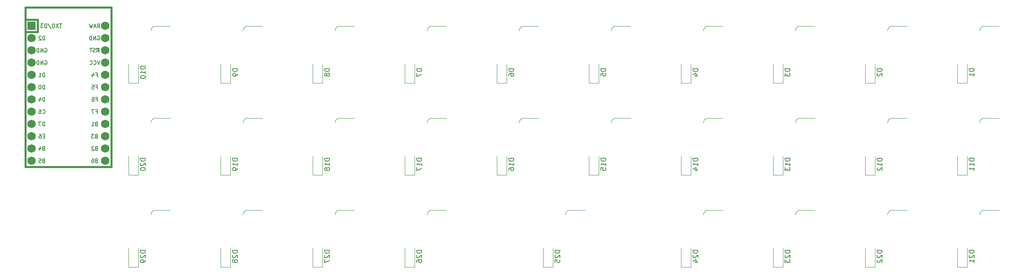
<source format=gbr>
%TF.GenerationSoftware,KiCad,Pcbnew,(6.0.6)*%
%TF.CreationDate,2022-07-16T00:36:14+07:00*%
%TF.ProjectId,pocket,706f636b-6574-42e6-9b69-6361645f7063,rev?*%
%TF.SameCoordinates,Original*%
%TF.FileFunction,Legend,Bot*%
%TF.FilePolarity,Positive*%
%FSLAX46Y46*%
G04 Gerber Fmt 4.6, Leading zero omitted, Abs format (unit mm)*
G04 Created by KiCad (PCBNEW (6.0.6)) date 2022-07-16 00:36:14*
%MOMM*%
%LPD*%
G01*
G04 APERTURE LIST*
%ADD10C,0.150000*%
%ADD11C,0.120000*%
%ADD12C,0.381000*%
%ADD13C,1.752600*%
%ADD14R,1.752600X1.752600*%
G04 APERTURE END LIST*
D10*
%TO.C,U1*%
X77010833Y-46581809D02*
X76896547Y-46619904D01*
X76706071Y-46619904D01*
X76629880Y-46581809D01*
X76591785Y-46543714D01*
X76553690Y-46467523D01*
X76553690Y-46391333D01*
X76591785Y-46315142D01*
X76629880Y-46277047D01*
X76706071Y-46238952D01*
X76858452Y-46200857D01*
X76934642Y-46162761D01*
X76972738Y-46124666D01*
X77010833Y-46048476D01*
X77010833Y-45972285D01*
X76972738Y-45896095D01*
X76934642Y-45858000D01*
X76858452Y-45819904D01*
X76667976Y-45819904D01*
X76553690Y-45858000D01*
X76325119Y-45819904D02*
X75867976Y-45819904D01*
X76096547Y-46619904D02*
X76096547Y-45819904D01*
X70056104Y-40759904D02*
X69598961Y-40759904D01*
X69827532Y-41559904D02*
X69827532Y-40759904D01*
X69408485Y-40759904D02*
X68875151Y-41559904D01*
X68875151Y-40759904D02*
X69408485Y-41559904D01*
X68418008Y-40759904D02*
X68341818Y-40759904D01*
X68265628Y-40798000D01*
X68227532Y-40836095D01*
X68189437Y-40912285D01*
X68151342Y-41064666D01*
X68151342Y-41255142D01*
X68189437Y-41407523D01*
X68227532Y-41483714D01*
X68265628Y-41521809D01*
X68341818Y-41559904D01*
X68418008Y-41559904D01*
X68494199Y-41521809D01*
X68532294Y-41483714D01*
X68570389Y-41407523D01*
X68608485Y-41255142D01*
X68608485Y-41064666D01*
X68570389Y-40912285D01*
X68532294Y-40836095D01*
X68494199Y-40798000D01*
X68418008Y-40759904D01*
X67237056Y-40721809D02*
X67922770Y-41750380D01*
X66970389Y-41559904D02*
X66970389Y-40759904D01*
X66779913Y-40759904D01*
X66665628Y-40798000D01*
X66589437Y-40874190D01*
X66551342Y-40950380D01*
X66513247Y-41102761D01*
X66513247Y-41217047D01*
X66551342Y-41369428D01*
X66589437Y-41445619D01*
X66665628Y-41521809D01*
X66779913Y-41559904D01*
X66970389Y-41559904D01*
X66246580Y-40759904D02*
X65751342Y-40759904D01*
X66018008Y-41064666D01*
X65903723Y-41064666D01*
X65827532Y-41102761D01*
X65789437Y-41140857D01*
X65751342Y-41217047D01*
X65751342Y-41407523D01*
X65789437Y-41483714D01*
X65827532Y-41521809D01*
X65903723Y-41559904D01*
X66132294Y-41559904D01*
X66208485Y-41521809D01*
X66246580Y-41483714D01*
X77222309Y-66540857D02*
X77108023Y-66578952D01*
X77069928Y-66617047D01*
X77031833Y-66693238D01*
X77031833Y-66807523D01*
X77069928Y-66883714D01*
X77108023Y-66921809D01*
X77184214Y-66959904D01*
X77488976Y-66959904D01*
X77488976Y-66159904D01*
X77222309Y-66159904D01*
X77146119Y-66198000D01*
X77108023Y-66236095D01*
X77069928Y-66312285D01*
X77069928Y-66388476D01*
X77108023Y-66464666D01*
X77146119Y-66502761D01*
X77222309Y-66540857D01*
X77488976Y-66540857D01*
X76727071Y-66236095D02*
X76688976Y-66198000D01*
X76612785Y-66159904D01*
X76422309Y-66159904D01*
X76346119Y-66198000D01*
X76308023Y-66236095D01*
X76269928Y-66312285D01*
X76269928Y-66388476D01*
X76308023Y-66502761D01*
X76765166Y-66959904D01*
X76269928Y-66959904D01*
X77165166Y-58920857D02*
X77431833Y-58920857D01*
X77431833Y-59339904D02*
X77431833Y-58539904D01*
X77050880Y-58539904D01*
X76822309Y-58539904D02*
X76288976Y-58539904D01*
X76631833Y-59339904D01*
X77165166Y-56380857D02*
X77431833Y-56380857D01*
X77431833Y-56799904D02*
X77431833Y-55999904D01*
X77050880Y-55999904D01*
X76403261Y-55999904D02*
X76555642Y-55999904D01*
X76631833Y-56038000D01*
X76669928Y-56076095D01*
X76746119Y-56190380D01*
X76784214Y-56342761D01*
X76784214Y-56647523D01*
X76746119Y-56723714D01*
X76708023Y-56761809D01*
X76631833Y-56799904D01*
X76479452Y-56799904D01*
X76403261Y-56761809D01*
X76365166Y-56723714D01*
X76327071Y-56647523D01*
X76327071Y-56457047D01*
X76365166Y-56380857D01*
X76403261Y-56342761D01*
X76479452Y-56304666D01*
X76631833Y-56304666D01*
X76708023Y-56342761D01*
X76746119Y-56380857D01*
X76784214Y-56457047D01*
X77165166Y-53840857D02*
X77431833Y-53840857D01*
X77431833Y-54259904D02*
X77431833Y-53459904D01*
X77050880Y-53459904D01*
X76365166Y-53459904D02*
X76746119Y-53459904D01*
X76784214Y-53840857D01*
X76746119Y-53802761D01*
X76669928Y-53764666D01*
X76479452Y-53764666D01*
X76403261Y-53802761D01*
X76365166Y-53840857D01*
X76327071Y-53917047D01*
X76327071Y-54107523D01*
X76365166Y-54183714D01*
X76403261Y-54221809D01*
X76479452Y-54259904D01*
X76669928Y-54259904D01*
X76746119Y-54221809D01*
X76784214Y-54183714D01*
X77450880Y-41559904D02*
X77717547Y-41178952D01*
X77908023Y-41559904D02*
X77908023Y-40759904D01*
X77603261Y-40759904D01*
X77527071Y-40798000D01*
X77488976Y-40836095D01*
X77450880Y-40912285D01*
X77450880Y-41026571D01*
X77488976Y-41102761D01*
X77527071Y-41140857D01*
X77603261Y-41178952D01*
X77908023Y-41178952D01*
X77146119Y-41331333D02*
X76765166Y-41331333D01*
X77222309Y-41559904D02*
X76955642Y-40759904D01*
X76688976Y-41559904D01*
X76498500Y-40759904D02*
X76308023Y-41559904D01*
X76155642Y-40988476D01*
X76003261Y-41559904D01*
X75812785Y-40759904D01*
X77508023Y-43338000D02*
X77584214Y-43299904D01*
X77698500Y-43299904D01*
X77812785Y-43338000D01*
X77888976Y-43414190D01*
X77927071Y-43490380D01*
X77965166Y-43642761D01*
X77965166Y-43757047D01*
X77927071Y-43909428D01*
X77888976Y-43985619D01*
X77812785Y-44061809D01*
X77698500Y-44099904D01*
X77622309Y-44099904D01*
X77508023Y-44061809D01*
X77469928Y-44023714D01*
X77469928Y-43757047D01*
X77622309Y-43757047D01*
X77127071Y-44099904D02*
X77127071Y-43299904D01*
X76669928Y-44099904D01*
X76669928Y-43299904D01*
X76288976Y-44099904D02*
X76288976Y-43299904D01*
X76098500Y-43299904D01*
X75984214Y-43338000D01*
X75908023Y-43414190D01*
X75869928Y-43490380D01*
X75831833Y-43642761D01*
X75831833Y-43757047D01*
X75869928Y-43909428D01*
X75908023Y-43985619D01*
X75984214Y-44061809D01*
X76098500Y-44099904D01*
X76288976Y-44099904D01*
X77965166Y-48379904D02*
X77698500Y-49179904D01*
X77431833Y-48379904D01*
X76708023Y-49103714D02*
X76746119Y-49141809D01*
X76860404Y-49179904D01*
X76936595Y-49179904D01*
X77050880Y-49141809D01*
X77127071Y-49065619D01*
X77165166Y-48989428D01*
X77203261Y-48837047D01*
X77203261Y-48722761D01*
X77165166Y-48570380D01*
X77127071Y-48494190D01*
X77050880Y-48418000D01*
X76936595Y-48379904D01*
X76860404Y-48379904D01*
X76746119Y-48418000D01*
X76708023Y-48456095D01*
X75908023Y-49103714D02*
X75946119Y-49141809D01*
X76060404Y-49179904D01*
X76136595Y-49179904D01*
X76250880Y-49141809D01*
X76327071Y-49065619D01*
X76365166Y-48989428D01*
X76403261Y-48837047D01*
X76403261Y-48722761D01*
X76365166Y-48570380D01*
X76327071Y-48494190D01*
X76250880Y-48418000D01*
X76136595Y-48379904D01*
X76060404Y-48379904D01*
X75946119Y-48418000D01*
X75908023Y-48456095D01*
X77165166Y-51300857D02*
X77431833Y-51300857D01*
X77431833Y-51719904D02*
X77431833Y-50919904D01*
X77050880Y-50919904D01*
X76403261Y-51186571D02*
X76403261Y-51719904D01*
X76593738Y-50881809D02*
X76784214Y-51453238D01*
X76288976Y-51453238D01*
X77222309Y-61460857D02*
X77108023Y-61498952D01*
X77069928Y-61537047D01*
X77031833Y-61613238D01*
X77031833Y-61727523D01*
X77069928Y-61803714D01*
X77108023Y-61841809D01*
X77184214Y-61879904D01*
X77488976Y-61879904D01*
X77488976Y-61079904D01*
X77222309Y-61079904D01*
X77146119Y-61118000D01*
X77108023Y-61156095D01*
X77069928Y-61232285D01*
X77069928Y-61308476D01*
X77108023Y-61384666D01*
X77146119Y-61422761D01*
X77222309Y-61460857D01*
X77488976Y-61460857D01*
X76269928Y-61879904D02*
X76727071Y-61879904D01*
X76498500Y-61879904D02*
X76498500Y-61079904D01*
X76574690Y-61194190D01*
X76650880Y-61270380D01*
X76727071Y-61308476D01*
X77222309Y-64000857D02*
X77108023Y-64038952D01*
X77069928Y-64077047D01*
X77031833Y-64153238D01*
X77031833Y-64267523D01*
X77069928Y-64343714D01*
X77108023Y-64381809D01*
X77184214Y-64419904D01*
X77488976Y-64419904D01*
X77488976Y-63619904D01*
X77222309Y-63619904D01*
X77146119Y-63658000D01*
X77108023Y-63696095D01*
X77069928Y-63772285D01*
X77069928Y-63848476D01*
X77108023Y-63924666D01*
X77146119Y-63962761D01*
X77222309Y-64000857D01*
X77488976Y-64000857D01*
X76765166Y-63619904D02*
X76269928Y-63619904D01*
X76536595Y-63924666D01*
X76422309Y-63924666D01*
X76346119Y-63962761D01*
X76308023Y-64000857D01*
X76269928Y-64077047D01*
X76269928Y-64267523D01*
X76308023Y-64343714D01*
X76346119Y-64381809D01*
X76422309Y-64419904D01*
X76650880Y-64419904D01*
X76727071Y-64381809D01*
X76765166Y-64343714D01*
X77222309Y-69080857D02*
X77108023Y-69118952D01*
X77069928Y-69157047D01*
X77031833Y-69233238D01*
X77031833Y-69347523D01*
X77069928Y-69423714D01*
X77108023Y-69461809D01*
X77184214Y-69499904D01*
X77488976Y-69499904D01*
X77488976Y-68699904D01*
X77222309Y-68699904D01*
X77146119Y-68738000D01*
X77108023Y-68776095D01*
X77069928Y-68852285D01*
X77069928Y-68928476D01*
X77108023Y-69004666D01*
X77146119Y-69042761D01*
X77222309Y-69080857D01*
X77488976Y-69080857D01*
X76346119Y-68699904D02*
X76498500Y-68699904D01*
X76574690Y-68738000D01*
X76612785Y-68776095D01*
X76688976Y-68890380D01*
X76727071Y-69042761D01*
X76727071Y-69347523D01*
X76688976Y-69423714D01*
X76650880Y-69461809D01*
X76574690Y-69499904D01*
X76422309Y-69499904D01*
X76346119Y-69461809D01*
X76308023Y-69423714D01*
X76269928Y-69347523D01*
X76269928Y-69157047D01*
X76308023Y-69080857D01*
X76346119Y-69042761D01*
X76422309Y-69004666D01*
X76574690Y-69004666D01*
X76650880Y-69042761D01*
X76688976Y-69080857D01*
X76727071Y-69157047D01*
X66300309Y-69080857D02*
X66186023Y-69118952D01*
X66147928Y-69157047D01*
X66109833Y-69233238D01*
X66109833Y-69347523D01*
X66147928Y-69423714D01*
X66186023Y-69461809D01*
X66262214Y-69499904D01*
X66566976Y-69499904D01*
X66566976Y-68699904D01*
X66300309Y-68699904D01*
X66224119Y-68738000D01*
X66186023Y-68776095D01*
X66147928Y-68852285D01*
X66147928Y-68928476D01*
X66186023Y-69004666D01*
X66224119Y-69042761D01*
X66300309Y-69080857D01*
X66566976Y-69080857D01*
X65386023Y-68699904D02*
X65766976Y-68699904D01*
X65805071Y-69080857D01*
X65766976Y-69042761D01*
X65690785Y-69004666D01*
X65500309Y-69004666D01*
X65424119Y-69042761D01*
X65386023Y-69080857D01*
X65347928Y-69157047D01*
X65347928Y-69347523D01*
X65386023Y-69423714D01*
X65424119Y-69461809D01*
X65500309Y-69499904D01*
X65690785Y-69499904D01*
X65766976Y-69461809D01*
X65805071Y-69423714D01*
X66300309Y-66540857D02*
X66186023Y-66578952D01*
X66147928Y-66617047D01*
X66109833Y-66693238D01*
X66109833Y-66807523D01*
X66147928Y-66883714D01*
X66186023Y-66921809D01*
X66262214Y-66959904D01*
X66566976Y-66959904D01*
X66566976Y-66159904D01*
X66300309Y-66159904D01*
X66224119Y-66198000D01*
X66186023Y-66236095D01*
X66147928Y-66312285D01*
X66147928Y-66388476D01*
X66186023Y-66464666D01*
X66224119Y-66502761D01*
X66300309Y-66540857D01*
X66566976Y-66540857D01*
X65424119Y-66426571D02*
X65424119Y-66959904D01*
X65614595Y-66121809D02*
X65805071Y-66693238D01*
X65309833Y-66693238D01*
X66528880Y-64000857D02*
X66262214Y-64000857D01*
X66147928Y-64419904D02*
X66528880Y-64419904D01*
X66528880Y-63619904D01*
X66147928Y-63619904D01*
X65462214Y-63619904D02*
X65614595Y-63619904D01*
X65690785Y-63658000D01*
X65728880Y-63696095D01*
X65805071Y-63810380D01*
X65843166Y-63962761D01*
X65843166Y-64267523D01*
X65805071Y-64343714D01*
X65766976Y-64381809D01*
X65690785Y-64419904D01*
X65538404Y-64419904D01*
X65462214Y-64381809D01*
X65424119Y-64343714D01*
X65386023Y-64267523D01*
X65386023Y-64077047D01*
X65424119Y-64000857D01*
X65462214Y-63962761D01*
X65538404Y-63924666D01*
X65690785Y-63924666D01*
X65766976Y-63962761D01*
X65805071Y-64000857D01*
X65843166Y-64077047D01*
X66566976Y-61879904D02*
X66566976Y-61079904D01*
X66376500Y-61079904D01*
X66262214Y-61118000D01*
X66186023Y-61194190D01*
X66147928Y-61270380D01*
X66109833Y-61422761D01*
X66109833Y-61537047D01*
X66147928Y-61689428D01*
X66186023Y-61765619D01*
X66262214Y-61841809D01*
X66376500Y-61879904D01*
X66566976Y-61879904D01*
X65843166Y-61079904D02*
X65309833Y-61079904D01*
X65652690Y-61879904D01*
X66109833Y-59263714D02*
X66147928Y-59301809D01*
X66262214Y-59339904D01*
X66338404Y-59339904D01*
X66452690Y-59301809D01*
X66528880Y-59225619D01*
X66566976Y-59149428D01*
X66605071Y-58997047D01*
X66605071Y-58882761D01*
X66566976Y-58730380D01*
X66528880Y-58654190D01*
X66452690Y-58578000D01*
X66338404Y-58539904D01*
X66262214Y-58539904D01*
X66147928Y-58578000D01*
X66109833Y-58616095D01*
X65424119Y-58539904D02*
X65576500Y-58539904D01*
X65652690Y-58578000D01*
X65690785Y-58616095D01*
X65766976Y-58730380D01*
X65805071Y-58882761D01*
X65805071Y-59187523D01*
X65766976Y-59263714D01*
X65728880Y-59301809D01*
X65652690Y-59339904D01*
X65500309Y-59339904D01*
X65424119Y-59301809D01*
X65386023Y-59263714D01*
X65347928Y-59187523D01*
X65347928Y-58997047D01*
X65386023Y-58920857D01*
X65424119Y-58882761D01*
X65500309Y-58844666D01*
X65652690Y-58844666D01*
X65728880Y-58882761D01*
X65766976Y-58920857D01*
X65805071Y-58997047D01*
X66566976Y-56799904D02*
X66566976Y-55999904D01*
X66376500Y-55999904D01*
X66262214Y-56038000D01*
X66186023Y-56114190D01*
X66147928Y-56190380D01*
X66109833Y-56342761D01*
X66109833Y-56457047D01*
X66147928Y-56609428D01*
X66186023Y-56685619D01*
X66262214Y-56761809D01*
X66376500Y-56799904D01*
X66566976Y-56799904D01*
X65424119Y-56266571D02*
X65424119Y-56799904D01*
X65614595Y-55961809D02*
X65805071Y-56533238D01*
X65309833Y-56533238D01*
X66586023Y-45878000D02*
X66662214Y-45839904D01*
X66776500Y-45839904D01*
X66890785Y-45878000D01*
X66966976Y-45954190D01*
X67005071Y-46030380D01*
X67043166Y-46182761D01*
X67043166Y-46297047D01*
X67005071Y-46449428D01*
X66966976Y-46525619D01*
X66890785Y-46601809D01*
X66776500Y-46639904D01*
X66700309Y-46639904D01*
X66586023Y-46601809D01*
X66547928Y-46563714D01*
X66547928Y-46297047D01*
X66700309Y-46297047D01*
X66205071Y-46639904D02*
X66205071Y-45839904D01*
X65747928Y-46639904D01*
X65747928Y-45839904D01*
X65366976Y-46639904D02*
X65366976Y-45839904D01*
X65176500Y-45839904D01*
X65062214Y-45878000D01*
X64986023Y-45954190D01*
X64947928Y-46030380D01*
X64909833Y-46182761D01*
X64909833Y-46297047D01*
X64947928Y-46449428D01*
X64986023Y-46525619D01*
X65062214Y-46601809D01*
X65176500Y-46639904D01*
X65366976Y-46639904D01*
X66586023Y-48418000D02*
X66662214Y-48379904D01*
X66776500Y-48379904D01*
X66890785Y-48418000D01*
X66966976Y-48494190D01*
X67005071Y-48570380D01*
X67043166Y-48722761D01*
X67043166Y-48837047D01*
X67005071Y-48989428D01*
X66966976Y-49065619D01*
X66890785Y-49141809D01*
X66776500Y-49179904D01*
X66700309Y-49179904D01*
X66586023Y-49141809D01*
X66547928Y-49103714D01*
X66547928Y-48837047D01*
X66700309Y-48837047D01*
X66205071Y-49179904D02*
X66205071Y-48379904D01*
X65747928Y-49179904D01*
X65747928Y-48379904D01*
X65366976Y-49179904D02*
X65366976Y-48379904D01*
X65176500Y-48379904D01*
X65062214Y-48418000D01*
X64986023Y-48494190D01*
X64947928Y-48570380D01*
X64909833Y-48722761D01*
X64909833Y-48837047D01*
X64947928Y-48989428D01*
X64986023Y-49065619D01*
X65062214Y-49141809D01*
X65176500Y-49179904D01*
X65366976Y-49179904D01*
X66566976Y-51719904D02*
X66566976Y-50919904D01*
X66376500Y-50919904D01*
X66262214Y-50958000D01*
X66186023Y-51034190D01*
X66147928Y-51110380D01*
X66109833Y-51262761D01*
X66109833Y-51377047D01*
X66147928Y-51529428D01*
X66186023Y-51605619D01*
X66262214Y-51681809D01*
X66376500Y-51719904D01*
X66566976Y-51719904D01*
X65347928Y-51719904D02*
X65805071Y-51719904D01*
X65576500Y-51719904D02*
X65576500Y-50919904D01*
X65652690Y-51034190D01*
X65728880Y-51110380D01*
X65805071Y-51148476D01*
X66566976Y-54259904D02*
X66566976Y-53459904D01*
X66376500Y-53459904D01*
X66262214Y-53498000D01*
X66186023Y-53574190D01*
X66147928Y-53650380D01*
X66109833Y-53802761D01*
X66109833Y-53917047D01*
X66147928Y-54069428D01*
X66186023Y-54145619D01*
X66262214Y-54221809D01*
X66376500Y-54259904D01*
X66566976Y-54259904D01*
X65614595Y-53459904D02*
X65538404Y-53459904D01*
X65462214Y-53498000D01*
X65424119Y-53536095D01*
X65386023Y-53612285D01*
X65347928Y-53764666D01*
X65347928Y-53955142D01*
X65386023Y-54107523D01*
X65424119Y-54183714D01*
X65462214Y-54221809D01*
X65538404Y-54259904D01*
X65614595Y-54259904D01*
X65690785Y-54221809D01*
X65728880Y-54183714D01*
X65766976Y-54107523D01*
X65805071Y-53955142D01*
X65805071Y-53764666D01*
X65766976Y-53612285D01*
X65728880Y-53536095D01*
X65690785Y-53498000D01*
X65614595Y-53459904D01*
X66566976Y-44099904D02*
X66566976Y-43299904D01*
X66376500Y-43299904D01*
X66262214Y-43338000D01*
X66186023Y-43414190D01*
X66147928Y-43490380D01*
X66109833Y-43642761D01*
X66109833Y-43757047D01*
X66147928Y-43909428D01*
X66186023Y-43985619D01*
X66262214Y-44061809D01*
X66376500Y-44099904D01*
X66566976Y-44099904D01*
X65805071Y-43376095D02*
X65766976Y-43338000D01*
X65690785Y-43299904D01*
X65500309Y-43299904D01*
X65424119Y-43338000D01*
X65386023Y-43376095D01*
X65347928Y-43452285D01*
X65347928Y-43528476D01*
X65386023Y-43642761D01*
X65843166Y-44099904D01*
X65347928Y-44099904D01*
%TO.C,D29*%
X87383630Y-87685714D02*
X86383630Y-87685714D01*
X86383630Y-87923809D01*
X86431250Y-88066666D01*
X86526488Y-88161904D01*
X86621726Y-88209523D01*
X86812202Y-88257142D01*
X86955059Y-88257142D01*
X87145535Y-88209523D01*
X87240773Y-88161904D01*
X87336011Y-88066666D01*
X87383630Y-87923809D01*
X87383630Y-87685714D01*
X86478869Y-88638095D02*
X86431250Y-88685714D01*
X86383630Y-88780952D01*
X86383630Y-89019047D01*
X86431250Y-89114285D01*
X86478869Y-89161904D01*
X86574107Y-89209523D01*
X86669345Y-89209523D01*
X86812202Y-89161904D01*
X87383630Y-88590476D01*
X87383630Y-89209523D01*
X87383630Y-89685714D02*
X87383630Y-89876190D01*
X87336011Y-89971428D01*
X87288392Y-90019047D01*
X87145535Y-90114285D01*
X86955059Y-90161904D01*
X86574107Y-90161904D01*
X86478869Y-90114285D01*
X86431250Y-90066666D01*
X86383630Y-89971428D01*
X86383630Y-89780952D01*
X86431250Y-89685714D01*
X86478869Y-89638095D01*
X86574107Y-89590476D01*
X86812202Y-89590476D01*
X86907440Y-89638095D01*
X86955059Y-89685714D01*
X87002678Y-89780952D01*
X87002678Y-89971428D01*
X86955059Y-90066666D01*
X86907440Y-90114285D01*
X86812202Y-90161904D01*
%TO.C,D28*%
X106433630Y-87685714D02*
X105433630Y-87685714D01*
X105433630Y-87923809D01*
X105481250Y-88066666D01*
X105576488Y-88161904D01*
X105671726Y-88209523D01*
X105862202Y-88257142D01*
X106005059Y-88257142D01*
X106195535Y-88209523D01*
X106290773Y-88161904D01*
X106386011Y-88066666D01*
X106433630Y-87923809D01*
X106433630Y-87685714D01*
X105528869Y-88638095D02*
X105481250Y-88685714D01*
X105433630Y-88780952D01*
X105433630Y-89019047D01*
X105481250Y-89114285D01*
X105528869Y-89161904D01*
X105624107Y-89209523D01*
X105719345Y-89209523D01*
X105862202Y-89161904D01*
X106433630Y-88590476D01*
X106433630Y-89209523D01*
X105862202Y-89780952D02*
X105814583Y-89685714D01*
X105766964Y-89638095D01*
X105671726Y-89590476D01*
X105624107Y-89590476D01*
X105528869Y-89638095D01*
X105481250Y-89685714D01*
X105433630Y-89780952D01*
X105433630Y-89971428D01*
X105481250Y-90066666D01*
X105528869Y-90114285D01*
X105624107Y-90161904D01*
X105671726Y-90161904D01*
X105766964Y-90114285D01*
X105814583Y-90066666D01*
X105862202Y-89971428D01*
X105862202Y-89780952D01*
X105909821Y-89685714D01*
X105957440Y-89638095D01*
X106052678Y-89590476D01*
X106243154Y-89590476D01*
X106338392Y-89638095D01*
X106386011Y-89685714D01*
X106433630Y-89780952D01*
X106433630Y-89971428D01*
X106386011Y-90066666D01*
X106338392Y-90114285D01*
X106243154Y-90161904D01*
X106052678Y-90161904D01*
X105957440Y-90114285D01*
X105909821Y-90066666D01*
X105862202Y-89971428D01*
%TO.C,D27*%
X125483630Y-87685714D02*
X124483630Y-87685714D01*
X124483630Y-87923809D01*
X124531250Y-88066666D01*
X124626488Y-88161904D01*
X124721726Y-88209523D01*
X124912202Y-88257142D01*
X125055059Y-88257142D01*
X125245535Y-88209523D01*
X125340773Y-88161904D01*
X125436011Y-88066666D01*
X125483630Y-87923809D01*
X125483630Y-87685714D01*
X124578869Y-88638095D02*
X124531250Y-88685714D01*
X124483630Y-88780952D01*
X124483630Y-89019047D01*
X124531250Y-89114285D01*
X124578869Y-89161904D01*
X124674107Y-89209523D01*
X124769345Y-89209523D01*
X124912202Y-89161904D01*
X125483630Y-88590476D01*
X125483630Y-89209523D01*
X124483630Y-89542857D02*
X124483630Y-90209523D01*
X125483630Y-89780952D01*
%TO.C,D26*%
X144533630Y-87685714D02*
X143533630Y-87685714D01*
X143533630Y-87923809D01*
X143581250Y-88066666D01*
X143676488Y-88161904D01*
X143771726Y-88209523D01*
X143962202Y-88257142D01*
X144105059Y-88257142D01*
X144295535Y-88209523D01*
X144390773Y-88161904D01*
X144486011Y-88066666D01*
X144533630Y-87923809D01*
X144533630Y-87685714D01*
X143628869Y-88638095D02*
X143581250Y-88685714D01*
X143533630Y-88780952D01*
X143533630Y-89019047D01*
X143581250Y-89114285D01*
X143628869Y-89161904D01*
X143724107Y-89209523D01*
X143819345Y-89209523D01*
X143962202Y-89161904D01*
X144533630Y-88590476D01*
X144533630Y-89209523D01*
X143533630Y-90066666D02*
X143533630Y-89876190D01*
X143581250Y-89780952D01*
X143628869Y-89733333D01*
X143771726Y-89638095D01*
X143962202Y-89590476D01*
X144343154Y-89590476D01*
X144438392Y-89638095D01*
X144486011Y-89685714D01*
X144533630Y-89780952D01*
X144533630Y-89971428D01*
X144486011Y-90066666D01*
X144438392Y-90114285D01*
X144343154Y-90161904D01*
X144105059Y-90161904D01*
X144009821Y-90114285D01*
X143962202Y-90066666D01*
X143914583Y-89971428D01*
X143914583Y-89780952D01*
X143962202Y-89685714D01*
X144009821Y-89638095D01*
X144105059Y-89590476D01*
%TO.C,D25*%
X173108630Y-87685714D02*
X172108630Y-87685714D01*
X172108630Y-87923809D01*
X172156250Y-88066666D01*
X172251488Y-88161904D01*
X172346726Y-88209523D01*
X172537202Y-88257142D01*
X172680059Y-88257142D01*
X172870535Y-88209523D01*
X172965773Y-88161904D01*
X173061011Y-88066666D01*
X173108630Y-87923809D01*
X173108630Y-87685714D01*
X172203869Y-88638095D02*
X172156250Y-88685714D01*
X172108630Y-88780952D01*
X172108630Y-89019047D01*
X172156250Y-89114285D01*
X172203869Y-89161904D01*
X172299107Y-89209523D01*
X172394345Y-89209523D01*
X172537202Y-89161904D01*
X173108630Y-88590476D01*
X173108630Y-89209523D01*
X172108630Y-90114285D02*
X172108630Y-89638095D01*
X172584821Y-89590476D01*
X172537202Y-89638095D01*
X172489583Y-89733333D01*
X172489583Y-89971428D01*
X172537202Y-90066666D01*
X172584821Y-90114285D01*
X172680059Y-90161904D01*
X172918154Y-90161904D01*
X173013392Y-90114285D01*
X173061011Y-90066666D01*
X173108630Y-89971428D01*
X173108630Y-89733333D01*
X173061011Y-89638095D01*
X173013392Y-89590476D01*
%TO.C,D24*%
X201683630Y-87685714D02*
X200683630Y-87685714D01*
X200683630Y-87923809D01*
X200731250Y-88066666D01*
X200826488Y-88161904D01*
X200921726Y-88209523D01*
X201112202Y-88257142D01*
X201255059Y-88257142D01*
X201445535Y-88209523D01*
X201540773Y-88161904D01*
X201636011Y-88066666D01*
X201683630Y-87923809D01*
X201683630Y-87685714D01*
X200778869Y-88638095D02*
X200731250Y-88685714D01*
X200683630Y-88780952D01*
X200683630Y-89019047D01*
X200731250Y-89114285D01*
X200778869Y-89161904D01*
X200874107Y-89209523D01*
X200969345Y-89209523D01*
X201112202Y-89161904D01*
X201683630Y-88590476D01*
X201683630Y-89209523D01*
X201016964Y-90066666D02*
X201683630Y-90066666D01*
X200636011Y-89828571D02*
X201350297Y-89590476D01*
X201350297Y-90209523D01*
%TO.C,D23*%
X220733630Y-87685714D02*
X219733630Y-87685714D01*
X219733630Y-87923809D01*
X219781250Y-88066666D01*
X219876488Y-88161904D01*
X219971726Y-88209523D01*
X220162202Y-88257142D01*
X220305059Y-88257142D01*
X220495535Y-88209523D01*
X220590773Y-88161904D01*
X220686011Y-88066666D01*
X220733630Y-87923809D01*
X220733630Y-87685714D01*
X219828869Y-88638095D02*
X219781250Y-88685714D01*
X219733630Y-88780952D01*
X219733630Y-89019047D01*
X219781250Y-89114285D01*
X219828869Y-89161904D01*
X219924107Y-89209523D01*
X220019345Y-89209523D01*
X220162202Y-89161904D01*
X220733630Y-88590476D01*
X220733630Y-89209523D01*
X219733630Y-89542857D02*
X219733630Y-90161904D01*
X220114583Y-89828571D01*
X220114583Y-89971428D01*
X220162202Y-90066666D01*
X220209821Y-90114285D01*
X220305059Y-90161904D01*
X220543154Y-90161904D01*
X220638392Y-90114285D01*
X220686011Y-90066666D01*
X220733630Y-89971428D01*
X220733630Y-89685714D01*
X220686011Y-89590476D01*
X220638392Y-89542857D01*
%TO.C,D22*%
X239783630Y-87685714D02*
X238783630Y-87685714D01*
X238783630Y-87923809D01*
X238831250Y-88066666D01*
X238926488Y-88161904D01*
X239021726Y-88209523D01*
X239212202Y-88257142D01*
X239355059Y-88257142D01*
X239545535Y-88209523D01*
X239640773Y-88161904D01*
X239736011Y-88066666D01*
X239783630Y-87923809D01*
X239783630Y-87685714D01*
X238878869Y-88638095D02*
X238831250Y-88685714D01*
X238783630Y-88780952D01*
X238783630Y-89019047D01*
X238831250Y-89114285D01*
X238878869Y-89161904D01*
X238974107Y-89209523D01*
X239069345Y-89209523D01*
X239212202Y-89161904D01*
X239783630Y-88590476D01*
X239783630Y-89209523D01*
X238878869Y-89590476D02*
X238831250Y-89638095D01*
X238783630Y-89733333D01*
X238783630Y-89971428D01*
X238831250Y-90066666D01*
X238878869Y-90114285D01*
X238974107Y-90161904D01*
X239069345Y-90161904D01*
X239212202Y-90114285D01*
X239783630Y-89542857D01*
X239783630Y-90161904D01*
%TO.C,D21*%
X258833630Y-87685714D02*
X257833630Y-87685714D01*
X257833630Y-87923809D01*
X257881250Y-88066666D01*
X257976488Y-88161904D01*
X258071726Y-88209523D01*
X258262202Y-88257142D01*
X258405059Y-88257142D01*
X258595535Y-88209523D01*
X258690773Y-88161904D01*
X258786011Y-88066666D01*
X258833630Y-87923809D01*
X258833630Y-87685714D01*
X257928869Y-88638095D02*
X257881250Y-88685714D01*
X257833630Y-88780952D01*
X257833630Y-89019047D01*
X257881250Y-89114285D01*
X257928869Y-89161904D01*
X258024107Y-89209523D01*
X258119345Y-89209523D01*
X258262202Y-89161904D01*
X258833630Y-88590476D01*
X258833630Y-89209523D01*
X258833630Y-90161904D02*
X258833630Y-89590476D01*
X258833630Y-89876190D02*
X257833630Y-89876190D01*
X257976488Y-89780952D01*
X258071726Y-89685714D01*
X258119345Y-89590476D01*
%TO.C,D20*%
X87383630Y-68635714D02*
X86383630Y-68635714D01*
X86383630Y-68873809D01*
X86431250Y-69016666D01*
X86526488Y-69111904D01*
X86621726Y-69159523D01*
X86812202Y-69207142D01*
X86955059Y-69207142D01*
X87145535Y-69159523D01*
X87240773Y-69111904D01*
X87336011Y-69016666D01*
X87383630Y-68873809D01*
X87383630Y-68635714D01*
X86478869Y-69588095D02*
X86431250Y-69635714D01*
X86383630Y-69730952D01*
X86383630Y-69969047D01*
X86431250Y-70064285D01*
X86478869Y-70111904D01*
X86574107Y-70159523D01*
X86669345Y-70159523D01*
X86812202Y-70111904D01*
X87383630Y-69540476D01*
X87383630Y-70159523D01*
X86383630Y-70778571D02*
X86383630Y-70873809D01*
X86431250Y-70969047D01*
X86478869Y-71016666D01*
X86574107Y-71064285D01*
X86764583Y-71111904D01*
X87002678Y-71111904D01*
X87193154Y-71064285D01*
X87288392Y-71016666D01*
X87336011Y-70969047D01*
X87383630Y-70873809D01*
X87383630Y-70778571D01*
X87336011Y-70683333D01*
X87288392Y-70635714D01*
X87193154Y-70588095D01*
X87002678Y-70540476D01*
X86764583Y-70540476D01*
X86574107Y-70588095D01*
X86478869Y-70635714D01*
X86431250Y-70683333D01*
X86383630Y-70778571D01*
%TO.C,D19*%
X106433630Y-68635714D02*
X105433630Y-68635714D01*
X105433630Y-68873809D01*
X105481250Y-69016666D01*
X105576488Y-69111904D01*
X105671726Y-69159523D01*
X105862202Y-69207142D01*
X106005059Y-69207142D01*
X106195535Y-69159523D01*
X106290773Y-69111904D01*
X106386011Y-69016666D01*
X106433630Y-68873809D01*
X106433630Y-68635714D01*
X106433630Y-70159523D02*
X106433630Y-69588095D01*
X106433630Y-69873809D02*
X105433630Y-69873809D01*
X105576488Y-69778571D01*
X105671726Y-69683333D01*
X105719345Y-69588095D01*
X106433630Y-70635714D02*
X106433630Y-70826190D01*
X106386011Y-70921428D01*
X106338392Y-70969047D01*
X106195535Y-71064285D01*
X106005059Y-71111904D01*
X105624107Y-71111904D01*
X105528869Y-71064285D01*
X105481250Y-71016666D01*
X105433630Y-70921428D01*
X105433630Y-70730952D01*
X105481250Y-70635714D01*
X105528869Y-70588095D01*
X105624107Y-70540476D01*
X105862202Y-70540476D01*
X105957440Y-70588095D01*
X106005059Y-70635714D01*
X106052678Y-70730952D01*
X106052678Y-70921428D01*
X106005059Y-71016666D01*
X105957440Y-71064285D01*
X105862202Y-71111904D01*
%TO.C,D18*%
X125483630Y-68635714D02*
X124483630Y-68635714D01*
X124483630Y-68873809D01*
X124531250Y-69016666D01*
X124626488Y-69111904D01*
X124721726Y-69159523D01*
X124912202Y-69207142D01*
X125055059Y-69207142D01*
X125245535Y-69159523D01*
X125340773Y-69111904D01*
X125436011Y-69016666D01*
X125483630Y-68873809D01*
X125483630Y-68635714D01*
X125483630Y-70159523D02*
X125483630Y-69588095D01*
X125483630Y-69873809D02*
X124483630Y-69873809D01*
X124626488Y-69778571D01*
X124721726Y-69683333D01*
X124769345Y-69588095D01*
X124912202Y-70730952D02*
X124864583Y-70635714D01*
X124816964Y-70588095D01*
X124721726Y-70540476D01*
X124674107Y-70540476D01*
X124578869Y-70588095D01*
X124531250Y-70635714D01*
X124483630Y-70730952D01*
X124483630Y-70921428D01*
X124531250Y-71016666D01*
X124578869Y-71064285D01*
X124674107Y-71111904D01*
X124721726Y-71111904D01*
X124816964Y-71064285D01*
X124864583Y-71016666D01*
X124912202Y-70921428D01*
X124912202Y-70730952D01*
X124959821Y-70635714D01*
X125007440Y-70588095D01*
X125102678Y-70540476D01*
X125293154Y-70540476D01*
X125388392Y-70588095D01*
X125436011Y-70635714D01*
X125483630Y-70730952D01*
X125483630Y-70921428D01*
X125436011Y-71016666D01*
X125388392Y-71064285D01*
X125293154Y-71111904D01*
X125102678Y-71111904D01*
X125007440Y-71064285D01*
X124959821Y-71016666D01*
X124912202Y-70921428D01*
%TO.C,D17*%
X144533630Y-68635714D02*
X143533630Y-68635714D01*
X143533630Y-68873809D01*
X143581250Y-69016666D01*
X143676488Y-69111904D01*
X143771726Y-69159523D01*
X143962202Y-69207142D01*
X144105059Y-69207142D01*
X144295535Y-69159523D01*
X144390773Y-69111904D01*
X144486011Y-69016666D01*
X144533630Y-68873809D01*
X144533630Y-68635714D01*
X144533630Y-70159523D02*
X144533630Y-69588095D01*
X144533630Y-69873809D02*
X143533630Y-69873809D01*
X143676488Y-69778571D01*
X143771726Y-69683333D01*
X143819345Y-69588095D01*
X143533630Y-70492857D02*
X143533630Y-71159523D01*
X144533630Y-70730952D01*
%TO.C,D16*%
X163583630Y-68635714D02*
X162583630Y-68635714D01*
X162583630Y-68873809D01*
X162631250Y-69016666D01*
X162726488Y-69111904D01*
X162821726Y-69159523D01*
X163012202Y-69207142D01*
X163155059Y-69207142D01*
X163345535Y-69159523D01*
X163440773Y-69111904D01*
X163536011Y-69016666D01*
X163583630Y-68873809D01*
X163583630Y-68635714D01*
X163583630Y-70159523D02*
X163583630Y-69588095D01*
X163583630Y-69873809D02*
X162583630Y-69873809D01*
X162726488Y-69778571D01*
X162821726Y-69683333D01*
X162869345Y-69588095D01*
X162583630Y-71016666D02*
X162583630Y-70826190D01*
X162631250Y-70730952D01*
X162678869Y-70683333D01*
X162821726Y-70588095D01*
X163012202Y-70540476D01*
X163393154Y-70540476D01*
X163488392Y-70588095D01*
X163536011Y-70635714D01*
X163583630Y-70730952D01*
X163583630Y-70921428D01*
X163536011Y-71016666D01*
X163488392Y-71064285D01*
X163393154Y-71111904D01*
X163155059Y-71111904D01*
X163059821Y-71064285D01*
X163012202Y-71016666D01*
X162964583Y-70921428D01*
X162964583Y-70730952D01*
X163012202Y-70635714D01*
X163059821Y-70588095D01*
X163155059Y-70540476D01*
%TO.C,D15*%
X182633630Y-68635714D02*
X181633630Y-68635714D01*
X181633630Y-68873809D01*
X181681250Y-69016666D01*
X181776488Y-69111904D01*
X181871726Y-69159523D01*
X182062202Y-69207142D01*
X182205059Y-69207142D01*
X182395535Y-69159523D01*
X182490773Y-69111904D01*
X182586011Y-69016666D01*
X182633630Y-68873809D01*
X182633630Y-68635714D01*
X182633630Y-70159523D02*
X182633630Y-69588095D01*
X182633630Y-69873809D02*
X181633630Y-69873809D01*
X181776488Y-69778571D01*
X181871726Y-69683333D01*
X181919345Y-69588095D01*
X181633630Y-71064285D02*
X181633630Y-70588095D01*
X182109821Y-70540476D01*
X182062202Y-70588095D01*
X182014583Y-70683333D01*
X182014583Y-70921428D01*
X182062202Y-71016666D01*
X182109821Y-71064285D01*
X182205059Y-71111904D01*
X182443154Y-71111904D01*
X182538392Y-71064285D01*
X182586011Y-71016666D01*
X182633630Y-70921428D01*
X182633630Y-70683333D01*
X182586011Y-70588095D01*
X182538392Y-70540476D01*
%TO.C,D14*%
X201683630Y-68635714D02*
X200683630Y-68635714D01*
X200683630Y-68873809D01*
X200731250Y-69016666D01*
X200826488Y-69111904D01*
X200921726Y-69159523D01*
X201112202Y-69207142D01*
X201255059Y-69207142D01*
X201445535Y-69159523D01*
X201540773Y-69111904D01*
X201636011Y-69016666D01*
X201683630Y-68873809D01*
X201683630Y-68635714D01*
X201683630Y-70159523D02*
X201683630Y-69588095D01*
X201683630Y-69873809D02*
X200683630Y-69873809D01*
X200826488Y-69778571D01*
X200921726Y-69683333D01*
X200969345Y-69588095D01*
X201016964Y-71016666D02*
X201683630Y-71016666D01*
X200636011Y-70778571D02*
X201350297Y-70540476D01*
X201350297Y-71159523D01*
%TO.C,D13*%
X220733630Y-68635714D02*
X219733630Y-68635714D01*
X219733630Y-68873809D01*
X219781250Y-69016666D01*
X219876488Y-69111904D01*
X219971726Y-69159523D01*
X220162202Y-69207142D01*
X220305059Y-69207142D01*
X220495535Y-69159523D01*
X220590773Y-69111904D01*
X220686011Y-69016666D01*
X220733630Y-68873809D01*
X220733630Y-68635714D01*
X220733630Y-70159523D02*
X220733630Y-69588095D01*
X220733630Y-69873809D02*
X219733630Y-69873809D01*
X219876488Y-69778571D01*
X219971726Y-69683333D01*
X220019345Y-69588095D01*
X219733630Y-70492857D02*
X219733630Y-71111904D01*
X220114583Y-70778571D01*
X220114583Y-70921428D01*
X220162202Y-71016666D01*
X220209821Y-71064285D01*
X220305059Y-71111904D01*
X220543154Y-71111904D01*
X220638392Y-71064285D01*
X220686011Y-71016666D01*
X220733630Y-70921428D01*
X220733630Y-70635714D01*
X220686011Y-70540476D01*
X220638392Y-70492857D01*
%TO.C,D12*%
X239783630Y-68635714D02*
X238783630Y-68635714D01*
X238783630Y-68873809D01*
X238831250Y-69016666D01*
X238926488Y-69111904D01*
X239021726Y-69159523D01*
X239212202Y-69207142D01*
X239355059Y-69207142D01*
X239545535Y-69159523D01*
X239640773Y-69111904D01*
X239736011Y-69016666D01*
X239783630Y-68873809D01*
X239783630Y-68635714D01*
X239783630Y-70159523D02*
X239783630Y-69588095D01*
X239783630Y-69873809D02*
X238783630Y-69873809D01*
X238926488Y-69778571D01*
X239021726Y-69683333D01*
X239069345Y-69588095D01*
X238878869Y-70540476D02*
X238831250Y-70588095D01*
X238783630Y-70683333D01*
X238783630Y-70921428D01*
X238831250Y-71016666D01*
X238878869Y-71064285D01*
X238974107Y-71111904D01*
X239069345Y-71111904D01*
X239212202Y-71064285D01*
X239783630Y-70492857D01*
X239783630Y-71111904D01*
%TO.C,D11*%
X258833630Y-68635714D02*
X257833630Y-68635714D01*
X257833630Y-68873809D01*
X257881250Y-69016666D01*
X257976488Y-69111904D01*
X258071726Y-69159523D01*
X258262202Y-69207142D01*
X258405059Y-69207142D01*
X258595535Y-69159523D01*
X258690773Y-69111904D01*
X258786011Y-69016666D01*
X258833630Y-68873809D01*
X258833630Y-68635714D01*
X258833630Y-70159523D02*
X258833630Y-69588095D01*
X258833630Y-69873809D02*
X257833630Y-69873809D01*
X257976488Y-69778571D01*
X258071726Y-69683333D01*
X258119345Y-69588095D01*
X258833630Y-71111904D02*
X258833630Y-70540476D01*
X258833630Y-70826190D02*
X257833630Y-70826190D01*
X257976488Y-70730952D01*
X258071726Y-70635714D01*
X258119345Y-70540476D01*
%TO.C,D10*%
X87383630Y-49585714D02*
X86383630Y-49585714D01*
X86383630Y-49823809D01*
X86431250Y-49966666D01*
X86526488Y-50061904D01*
X86621726Y-50109523D01*
X86812202Y-50157142D01*
X86955059Y-50157142D01*
X87145535Y-50109523D01*
X87240773Y-50061904D01*
X87336011Y-49966666D01*
X87383630Y-49823809D01*
X87383630Y-49585714D01*
X87383630Y-51109523D02*
X87383630Y-50538095D01*
X87383630Y-50823809D02*
X86383630Y-50823809D01*
X86526488Y-50728571D01*
X86621726Y-50633333D01*
X86669345Y-50538095D01*
X86383630Y-51728571D02*
X86383630Y-51823809D01*
X86431250Y-51919047D01*
X86478869Y-51966666D01*
X86574107Y-52014285D01*
X86764583Y-52061904D01*
X87002678Y-52061904D01*
X87193154Y-52014285D01*
X87288392Y-51966666D01*
X87336011Y-51919047D01*
X87383630Y-51823809D01*
X87383630Y-51728571D01*
X87336011Y-51633333D01*
X87288392Y-51585714D01*
X87193154Y-51538095D01*
X87002678Y-51490476D01*
X86764583Y-51490476D01*
X86574107Y-51538095D01*
X86478869Y-51585714D01*
X86431250Y-51633333D01*
X86383630Y-51728571D01*
%TO.C,D9*%
X106433630Y-50061904D02*
X105433630Y-50061904D01*
X105433630Y-50300000D01*
X105481250Y-50442857D01*
X105576488Y-50538095D01*
X105671726Y-50585714D01*
X105862202Y-50633333D01*
X106005059Y-50633333D01*
X106195535Y-50585714D01*
X106290773Y-50538095D01*
X106386011Y-50442857D01*
X106433630Y-50300000D01*
X106433630Y-50061904D01*
X106433630Y-51109523D02*
X106433630Y-51300000D01*
X106386011Y-51395238D01*
X106338392Y-51442857D01*
X106195535Y-51538095D01*
X106005059Y-51585714D01*
X105624107Y-51585714D01*
X105528869Y-51538095D01*
X105481250Y-51490476D01*
X105433630Y-51395238D01*
X105433630Y-51204761D01*
X105481250Y-51109523D01*
X105528869Y-51061904D01*
X105624107Y-51014285D01*
X105862202Y-51014285D01*
X105957440Y-51061904D01*
X106005059Y-51109523D01*
X106052678Y-51204761D01*
X106052678Y-51395238D01*
X106005059Y-51490476D01*
X105957440Y-51538095D01*
X105862202Y-51585714D01*
%TO.C,D8*%
X125483630Y-50061904D02*
X124483630Y-50061904D01*
X124483630Y-50300000D01*
X124531250Y-50442857D01*
X124626488Y-50538095D01*
X124721726Y-50585714D01*
X124912202Y-50633333D01*
X125055059Y-50633333D01*
X125245535Y-50585714D01*
X125340773Y-50538095D01*
X125436011Y-50442857D01*
X125483630Y-50300000D01*
X125483630Y-50061904D01*
X124912202Y-51204761D02*
X124864583Y-51109523D01*
X124816964Y-51061904D01*
X124721726Y-51014285D01*
X124674107Y-51014285D01*
X124578869Y-51061904D01*
X124531250Y-51109523D01*
X124483630Y-51204761D01*
X124483630Y-51395238D01*
X124531250Y-51490476D01*
X124578869Y-51538095D01*
X124674107Y-51585714D01*
X124721726Y-51585714D01*
X124816964Y-51538095D01*
X124864583Y-51490476D01*
X124912202Y-51395238D01*
X124912202Y-51204761D01*
X124959821Y-51109523D01*
X125007440Y-51061904D01*
X125102678Y-51014285D01*
X125293154Y-51014285D01*
X125388392Y-51061904D01*
X125436011Y-51109523D01*
X125483630Y-51204761D01*
X125483630Y-51395238D01*
X125436011Y-51490476D01*
X125388392Y-51538095D01*
X125293154Y-51585714D01*
X125102678Y-51585714D01*
X125007440Y-51538095D01*
X124959821Y-51490476D01*
X124912202Y-51395238D01*
%TO.C,D7*%
X144533630Y-50061904D02*
X143533630Y-50061904D01*
X143533630Y-50300000D01*
X143581250Y-50442857D01*
X143676488Y-50538095D01*
X143771726Y-50585714D01*
X143962202Y-50633333D01*
X144105059Y-50633333D01*
X144295535Y-50585714D01*
X144390773Y-50538095D01*
X144486011Y-50442857D01*
X144533630Y-50300000D01*
X144533630Y-50061904D01*
X143533630Y-50966666D02*
X143533630Y-51633333D01*
X144533630Y-51204761D01*
%TO.C,D6*%
X163583630Y-50061904D02*
X162583630Y-50061904D01*
X162583630Y-50300000D01*
X162631250Y-50442857D01*
X162726488Y-50538095D01*
X162821726Y-50585714D01*
X163012202Y-50633333D01*
X163155059Y-50633333D01*
X163345535Y-50585714D01*
X163440773Y-50538095D01*
X163536011Y-50442857D01*
X163583630Y-50300000D01*
X163583630Y-50061904D01*
X162583630Y-51490476D02*
X162583630Y-51300000D01*
X162631250Y-51204761D01*
X162678869Y-51157142D01*
X162821726Y-51061904D01*
X163012202Y-51014285D01*
X163393154Y-51014285D01*
X163488392Y-51061904D01*
X163536011Y-51109523D01*
X163583630Y-51204761D01*
X163583630Y-51395238D01*
X163536011Y-51490476D01*
X163488392Y-51538095D01*
X163393154Y-51585714D01*
X163155059Y-51585714D01*
X163059821Y-51538095D01*
X163012202Y-51490476D01*
X162964583Y-51395238D01*
X162964583Y-51204761D01*
X163012202Y-51109523D01*
X163059821Y-51061904D01*
X163155059Y-51014285D01*
%TO.C,D5*%
X182633630Y-50061904D02*
X181633630Y-50061904D01*
X181633630Y-50300000D01*
X181681250Y-50442857D01*
X181776488Y-50538095D01*
X181871726Y-50585714D01*
X182062202Y-50633333D01*
X182205059Y-50633333D01*
X182395535Y-50585714D01*
X182490773Y-50538095D01*
X182586011Y-50442857D01*
X182633630Y-50300000D01*
X182633630Y-50061904D01*
X181633630Y-51538095D02*
X181633630Y-51061904D01*
X182109821Y-51014285D01*
X182062202Y-51061904D01*
X182014583Y-51157142D01*
X182014583Y-51395238D01*
X182062202Y-51490476D01*
X182109821Y-51538095D01*
X182205059Y-51585714D01*
X182443154Y-51585714D01*
X182538392Y-51538095D01*
X182586011Y-51490476D01*
X182633630Y-51395238D01*
X182633630Y-51157142D01*
X182586011Y-51061904D01*
X182538392Y-51014285D01*
%TO.C,D4*%
X201683630Y-50061904D02*
X200683630Y-50061904D01*
X200683630Y-50300000D01*
X200731250Y-50442857D01*
X200826488Y-50538095D01*
X200921726Y-50585714D01*
X201112202Y-50633333D01*
X201255059Y-50633333D01*
X201445535Y-50585714D01*
X201540773Y-50538095D01*
X201636011Y-50442857D01*
X201683630Y-50300000D01*
X201683630Y-50061904D01*
X201016964Y-51490476D02*
X201683630Y-51490476D01*
X200636011Y-51252380D02*
X201350297Y-51014285D01*
X201350297Y-51633333D01*
%TO.C,D3*%
X220733630Y-50061904D02*
X219733630Y-50061904D01*
X219733630Y-50300000D01*
X219781250Y-50442857D01*
X219876488Y-50538095D01*
X219971726Y-50585714D01*
X220162202Y-50633333D01*
X220305059Y-50633333D01*
X220495535Y-50585714D01*
X220590773Y-50538095D01*
X220686011Y-50442857D01*
X220733630Y-50300000D01*
X220733630Y-50061904D01*
X219733630Y-50966666D02*
X219733630Y-51585714D01*
X220114583Y-51252380D01*
X220114583Y-51395238D01*
X220162202Y-51490476D01*
X220209821Y-51538095D01*
X220305059Y-51585714D01*
X220543154Y-51585714D01*
X220638392Y-51538095D01*
X220686011Y-51490476D01*
X220733630Y-51395238D01*
X220733630Y-51109523D01*
X220686011Y-51014285D01*
X220638392Y-50966666D01*
%TO.C,D2*%
X239783630Y-50061904D02*
X238783630Y-50061904D01*
X238783630Y-50300000D01*
X238831250Y-50442857D01*
X238926488Y-50538095D01*
X239021726Y-50585714D01*
X239212202Y-50633333D01*
X239355059Y-50633333D01*
X239545535Y-50585714D01*
X239640773Y-50538095D01*
X239736011Y-50442857D01*
X239783630Y-50300000D01*
X239783630Y-50061904D01*
X238878869Y-51014285D02*
X238831250Y-51061904D01*
X238783630Y-51157142D01*
X238783630Y-51395238D01*
X238831250Y-51490476D01*
X238878869Y-51538095D01*
X238974107Y-51585714D01*
X239069345Y-51585714D01*
X239212202Y-51538095D01*
X239783630Y-50966666D01*
X239783630Y-51585714D01*
%TO.C,D1*%
X258833630Y-50061904D02*
X257833630Y-50061904D01*
X257833630Y-50300000D01*
X257881250Y-50442857D01*
X257976488Y-50538095D01*
X258071726Y-50585714D01*
X258262202Y-50633333D01*
X258405059Y-50633333D01*
X258595535Y-50585714D01*
X258690773Y-50538095D01*
X258786011Y-50442857D01*
X258833630Y-50300000D01*
X258833630Y-50061904D01*
X258833630Y-51585714D02*
X258833630Y-51014285D01*
X258833630Y-51300000D02*
X257833630Y-51300000D01*
X257976488Y-51204761D01*
X258071726Y-51109523D01*
X258119345Y-51014285D01*
D11*
%TO.C,SW13*%
X222882107Y-60281257D02*
G75*
G03*
X221882107Y-61281250I-7J-999993D01*
G01*
X225925000Y-60281250D02*
X222882107Y-60281250D01*
D12*
%TO.C,U1*%
X65087500Y-39928000D02*
X62547500Y-39928000D01*
X80327500Y-37388000D02*
X62547500Y-37388000D01*
X62547500Y-37388000D02*
X62547500Y-70408000D01*
X62547500Y-70408000D02*
X80327500Y-70408000D01*
X80327500Y-70408000D02*
X80327500Y-37388000D01*
G36*
X77782135Y-45917030D02*
G01*
X77282135Y-45917030D01*
X77282135Y-45817030D01*
X77782135Y-45817030D01*
X77782135Y-45917030D01*
G37*
D10*
X77782135Y-45917030D02*
X77282135Y-45917030D01*
X77282135Y-45817030D01*
X77782135Y-45817030D01*
X77782135Y-45917030D01*
G36*
X77382135Y-46117030D02*
G01*
X77282135Y-46117030D01*
X77282135Y-45817030D01*
X77382135Y-45817030D01*
X77382135Y-46117030D01*
G37*
X77382135Y-46117030D02*
X77282135Y-46117030D01*
X77282135Y-45817030D01*
X77382135Y-45817030D01*
X77382135Y-46117030D01*
G36*
X77382135Y-46617030D02*
G01*
X77282135Y-46617030D01*
X77282135Y-46417030D01*
X77382135Y-46417030D01*
X77382135Y-46617030D01*
G37*
X77382135Y-46617030D02*
X77282135Y-46617030D01*
X77282135Y-46417030D01*
X77382135Y-46417030D01*
X77382135Y-46617030D01*
G36*
X77782135Y-46617030D02*
G01*
X77682135Y-46617030D01*
X77682135Y-45817030D01*
X77782135Y-45817030D01*
X77782135Y-46617030D01*
G37*
X77782135Y-46617030D02*
X77682135Y-46617030D01*
X77682135Y-45817030D01*
X77782135Y-45817030D01*
X77782135Y-46617030D01*
G36*
X77582135Y-46317030D02*
G01*
X77482135Y-46317030D01*
X77482135Y-46217030D01*
X77582135Y-46217030D01*
X77582135Y-46317030D01*
G37*
X77582135Y-46317030D02*
X77482135Y-46317030D01*
X77482135Y-46217030D01*
X77582135Y-46217030D01*
X77582135Y-46317030D01*
D12*
X65087500Y-39928000D02*
X65087500Y-42468000D01*
X65087500Y-42468000D02*
X62547500Y-42468000D01*
D11*
%TO.C,SW15*%
X184782107Y-60281257D02*
G75*
G03*
X183782107Y-61281250I-7J-999993D01*
G01*
X187825000Y-60281250D02*
X184782107Y-60281250D01*
%TO.C,SW14*%
X203832107Y-60281257D02*
G75*
G03*
X202832107Y-61281250I-7J-999993D01*
G01*
X206875000Y-60281250D02*
X203832107Y-60281250D01*
%TO.C,SW29*%
X92575000Y-79331250D02*
X89532107Y-79331250D01*
X89532107Y-79331257D02*
G75*
G03*
X88532107Y-80331250I-7J-999993D01*
G01*
%TO.C,SW28*%
X111625000Y-79331250D02*
X108582107Y-79331250D01*
X108582107Y-79331257D02*
G75*
G03*
X107582107Y-80331250I-7J-999993D01*
G01*
%TO.C,SW27*%
X130675000Y-79331250D02*
X127632107Y-79331250D01*
X127632107Y-79331257D02*
G75*
G03*
X126632107Y-80331250I-7J-999993D01*
G01*
%TO.C,SW26*%
X149725000Y-79331250D02*
X146682107Y-79331250D01*
X146682107Y-79331257D02*
G75*
G03*
X145682107Y-80331250I-7J-999993D01*
G01*
%TO.C,SW25*%
X178300000Y-79331250D02*
X175257107Y-79331250D01*
X175257107Y-79331257D02*
G75*
G03*
X174257107Y-80331250I-7J-999993D01*
G01*
%TO.C,SW24*%
X206875000Y-79331250D02*
X203832107Y-79331250D01*
X203832107Y-79331257D02*
G75*
G03*
X202832107Y-80331250I-7J-999993D01*
G01*
%TO.C,SW23*%
X225925000Y-79331250D02*
X222882107Y-79331250D01*
X222882107Y-79331257D02*
G75*
G03*
X221882107Y-80331250I-7J-999993D01*
G01*
%TO.C,SW22*%
X244975000Y-79331250D02*
X241932107Y-79331250D01*
X241932107Y-79331257D02*
G75*
G03*
X240932107Y-80331250I-7J-999993D01*
G01*
%TO.C,SW21*%
X264025000Y-79331250D02*
X260982107Y-79331250D01*
X260982107Y-79331257D02*
G75*
G03*
X259982107Y-80331250I-7J-999993D01*
G01*
%TO.C,D29*%
X85931250Y-91150000D02*
X85931250Y-87250000D01*
X85931250Y-91150000D02*
X83931250Y-91150000D01*
X83931250Y-91150000D02*
X83931250Y-87250000D01*
%TO.C,D28*%
X104981250Y-91150000D02*
X104981250Y-87250000D01*
X104981250Y-91150000D02*
X102981250Y-91150000D01*
X102981250Y-91150000D02*
X102981250Y-87250000D01*
%TO.C,D27*%
X124031250Y-91150000D02*
X124031250Y-87250000D01*
X124031250Y-91150000D02*
X122031250Y-91150000D01*
X122031250Y-91150000D02*
X122031250Y-87250000D01*
%TO.C,D26*%
X143081250Y-91150000D02*
X143081250Y-87250000D01*
X143081250Y-91150000D02*
X141081250Y-91150000D01*
X141081250Y-91150000D02*
X141081250Y-87250000D01*
%TO.C,D25*%
X171656250Y-91150000D02*
X171656250Y-87250000D01*
X171656250Y-91150000D02*
X169656250Y-91150000D01*
X169656250Y-91150000D02*
X169656250Y-87250000D01*
%TO.C,D24*%
X200231250Y-91150000D02*
X200231250Y-87250000D01*
X200231250Y-91150000D02*
X198231250Y-91150000D01*
X198231250Y-91150000D02*
X198231250Y-87250000D01*
%TO.C,D23*%
X219281250Y-91150000D02*
X219281250Y-87250000D01*
X219281250Y-91150000D02*
X217281250Y-91150000D01*
X217281250Y-91150000D02*
X217281250Y-87250000D01*
%TO.C,D22*%
X238331250Y-91150000D02*
X238331250Y-87250000D01*
X238331250Y-91150000D02*
X236331250Y-91150000D01*
X236331250Y-91150000D02*
X236331250Y-87250000D01*
%TO.C,D21*%
X257381250Y-91150000D02*
X257381250Y-87250000D01*
X257381250Y-91150000D02*
X255381250Y-91150000D01*
X255381250Y-91150000D02*
X255381250Y-87250000D01*
%TO.C,SW6*%
X165732107Y-41231257D02*
G75*
G03*
X164732107Y-42231250I-7J-999993D01*
G01*
X168775000Y-41231250D02*
X165732107Y-41231250D01*
%TO.C,SW20*%
X92575000Y-60281250D02*
X89532107Y-60281250D01*
X89532107Y-60281257D02*
G75*
G03*
X88532107Y-61281250I-7J-999993D01*
G01*
%TO.C,SW19*%
X111625000Y-60281250D02*
X108582107Y-60281250D01*
X108582107Y-60281257D02*
G75*
G03*
X107582107Y-61281250I-7J-999993D01*
G01*
%TO.C,SW18*%
X127632107Y-60281257D02*
G75*
G03*
X126632107Y-61281250I-7J-999993D01*
G01*
X130675000Y-60281250D02*
X127632107Y-60281250D01*
%TO.C,SW17*%
X146682107Y-60281257D02*
G75*
G03*
X145682107Y-61281250I-7J-999993D01*
G01*
X149725000Y-60281250D02*
X146682107Y-60281250D01*
%TO.C,SW16*%
X165732107Y-60281257D02*
G75*
G03*
X164732107Y-61281250I-7J-999993D01*
G01*
X168775000Y-60281250D02*
X165732107Y-60281250D01*
%TO.C,SW12*%
X241932107Y-60281257D02*
G75*
G03*
X240932107Y-61281250I-7J-999993D01*
G01*
X244975000Y-60281250D02*
X241932107Y-60281250D01*
%TO.C,SW11*%
X260982107Y-60281257D02*
G75*
G03*
X259982107Y-61281250I-7J-999993D01*
G01*
X264025000Y-60281250D02*
X260982107Y-60281250D01*
%TO.C,D20*%
X83931250Y-72100000D02*
X83931250Y-68200000D01*
X85931250Y-72100000D02*
X83931250Y-72100000D01*
X85931250Y-72100000D02*
X85931250Y-68200000D01*
%TO.C,D19*%
X102981250Y-72100000D02*
X102981250Y-68200000D01*
X104981250Y-72100000D02*
X102981250Y-72100000D01*
X104981250Y-72100000D02*
X104981250Y-68200000D01*
%TO.C,D18*%
X122031250Y-72100000D02*
X122031250Y-68200000D01*
X124031250Y-72100000D02*
X122031250Y-72100000D01*
X124031250Y-72100000D02*
X124031250Y-68200000D01*
%TO.C,D17*%
X141081250Y-72100000D02*
X141081250Y-68200000D01*
X143081250Y-72100000D02*
X141081250Y-72100000D01*
X143081250Y-72100000D02*
X143081250Y-68200000D01*
%TO.C,D16*%
X160131250Y-72100000D02*
X160131250Y-68200000D01*
X162131250Y-72100000D02*
X160131250Y-72100000D01*
X162131250Y-72100000D02*
X162131250Y-68200000D01*
%TO.C,D15*%
X179181250Y-72100000D02*
X179181250Y-68200000D01*
X181181250Y-72100000D02*
X179181250Y-72100000D01*
X181181250Y-72100000D02*
X181181250Y-68200000D01*
%TO.C,D14*%
X198231250Y-72100000D02*
X198231250Y-68200000D01*
X200231250Y-72100000D02*
X198231250Y-72100000D01*
X200231250Y-72100000D02*
X200231250Y-68200000D01*
%TO.C,D13*%
X217281250Y-72100000D02*
X217281250Y-68200000D01*
X219281250Y-72100000D02*
X217281250Y-72100000D01*
X219281250Y-72100000D02*
X219281250Y-68200000D01*
%TO.C,D12*%
X236331250Y-72100000D02*
X236331250Y-68200000D01*
X238331250Y-72100000D02*
X236331250Y-72100000D01*
X238331250Y-72100000D02*
X238331250Y-68200000D01*
%TO.C,D11*%
X255381250Y-72100000D02*
X255381250Y-68200000D01*
X257381250Y-72100000D02*
X255381250Y-72100000D01*
X257381250Y-72100000D02*
X257381250Y-68200000D01*
%TO.C,SW10*%
X89532107Y-41231257D02*
G75*
G03*
X88532107Y-42231250I-7J-999993D01*
G01*
X92575000Y-41231250D02*
X89532107Y-41231250D01*
%TO.C,SW9*%
X108582107Y-41231257D02*
G75*
G03*
X107582107Y-42231250I-7J-999993D01*
G01*
X111625000Y-41231250D02*
X108582107Y-41231250D01*
%TO.C,SW8*%
X127632107Y-41231257D02*
G75*
G03*
X126632107Y-42231250I-7J-999993D01*
G01*
X130675000Y-41231250D02*
X127632107Y-41231250D01*
%TO.C,SW7*%
X146682107Y-41231257D02*
G75*
G03*
X145682107Y-42231250I-7J-999993D01*
G01*
X149725000Y-41231250D02*
X146682107Y-41231250D01*
%TO.C,SW5*%
X184782107Y-41231257D02*
G75*
G03*
X183782107Y-42231250I-7J-999993D01*
G01*
X187825000Y-41231250D02*
X184782107Y-41231250D01*
%TO.C,SW4*%
X203832107Y-41231257D02*
G75*
G03*
X202832107Y-42231250I-7J-999993D01*
G01*
X206875000Y-41231250D02*
X203832107Y-41231250D01*
%TO.C,SW3*%
X222882107Y-41231257D02*
G75*
G03*
X221882107Y-42231250I-7J-999993D01*
G01*
X225925000Y-41231250D02*
X222882107Y-41231250D01*
%TO.C,SW2*%
X241932107Y-41231257D02*
G75*
G03*
X240932107Y-42231250I-7J-999993D01*
G01*
X244975000Y-41231250D02*
X241932107Y-41231250D01*
%TO.C,SW1*%
X260982107Y-41231257D02*
G75*
G03*
X259982107Y-42231250I-7J-999993D01*
G01*
X264025000Y-41231250D02*
X260982107Y-41231250D01*
%TO.C,D10*%
X85931250Y-53050000D02*
X85931250Y-49150000D01*
X85931250Y-53050000D02*
X83931250Y-53050000D01*
X83931250Y-53050000D02*
X83931250Y-49150000D01*
%TO.C,D9*%
X104981250Y-53050000D02*
X104981250Y-49150000D01*
X104981250Y-53050000D02*
X102981250Y-53050000D01*
X102981250Y-53050000D02*
X102981250Y-49150000D01*
%TO.C,D8*%
X122031250Y-53050000D02*
X122031250Y-49150000D01*
X124031250Y-53050000D02*
X122031250Y-53050000D01*
X124031250Y-53050000D02*
X124031250Y-49150000D01*
%TO.C,D7*%
X141081250Y-53050000D02*
X141081250Y-49150000D01*
X143081250Y-53050000D02*
X141081250Y-53050000D01*
X143081250Y-53050000D02*
X143081250Y-49150000D01*
%TO.C,D6*%
X160131250Y-53050000D02*
X160131250Y-49150000D01*
X162131250Y-53050000D02*
X160131250Y-53050000D01*
X162131250Y-53050000D02*
X162131250Y-49150000D01*
%TO.C,D5*%
X179181250Y-53050000D02*
X179181250Y-49150000D01*
X181181250Y-53050000D02*
X179181250Y-53050000D01*
X181181250Y-53050000D02*
X181181250Y-49150000D01*
%TO.C,D4*%
X198231250Y-53050000D02*
X198231250Y-49150000D01*
X200231250Y-53050000D02*
X198231250Y-53050000D01*
X200231250Y-53050000D02*
X200231250Y-49150000D01*
%TO.C,D3*%
X217281250Y-53050000D02*
X217281250Y-49150000D01*
X219281250Y-53050000D02*
X217281250Y-53050000D01*
X219281250Y-53050000D02*
X219281250Y-49150000D01*
%TO.C,D2*%
X236331250Y-53050000D02*
X236331250Y-49150000D01*
X238331250Y-53050000D02*
X236331250Y-53050000D01*
X238331250Y-53050000D02*
X238331250Y-49150000D01*
%TO.C,D1*%
X257381250Y-53050000D02*
X257381250Y-49150000D01*
X257381250Y-53050000D02*
X255381250Y-53050000D01*
X255381250Y-53050000D02*
X255381250Y-49150000D01*
%TD*%
D13*
%TO.C,U1*%
X79057500Y-41198000D03*
X63817500Y-69138000D03*
X79057500Y-43738000D03*
X79057500Y-46278000D03*
X79057500Y-48818000D03*
X79057500Y-51358000D03*
X79057500Y-53898000D03*
X79057500Y-56438000D03*
X79057500Y-58978000D03*
X79057500Y-61518000D03*
X79057500Y-64058000D03*
X79057500Y-66598000D03*
X79057500Y-69138000D03*
X63817500Y-66598000D03*
X63817500Y-64058000D03*
X63817500Y-61518000D03*
X63817500Y-58978000D03*
X63817500Y-56438000D03*
X63817500Y-53898000D03*
X63817500Y-51358000D03*
X63817500Y-48818000D03*
X63817500Y-46278000D03*
X63817500Y-43738000D03*
D14*
X63817500Y-41198000D03*
%TD*%
M02*

</source>
